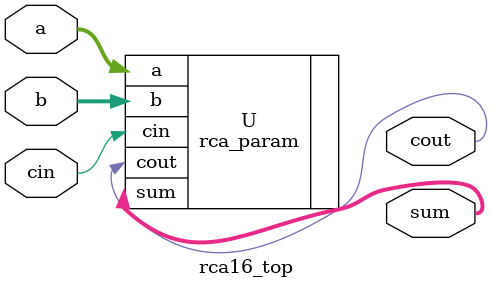
<source format=sv>
module rca16_top(
  input  logic [15:0] a, b,
  input  logic        cin,
  output logic [15:0] sum,
  output logic        cout
);
  rca_param #(.N(16)) U (.a(a), .b(b), .cin(cin), .sum(sum), .cout(cout));
endmodule

</source>
